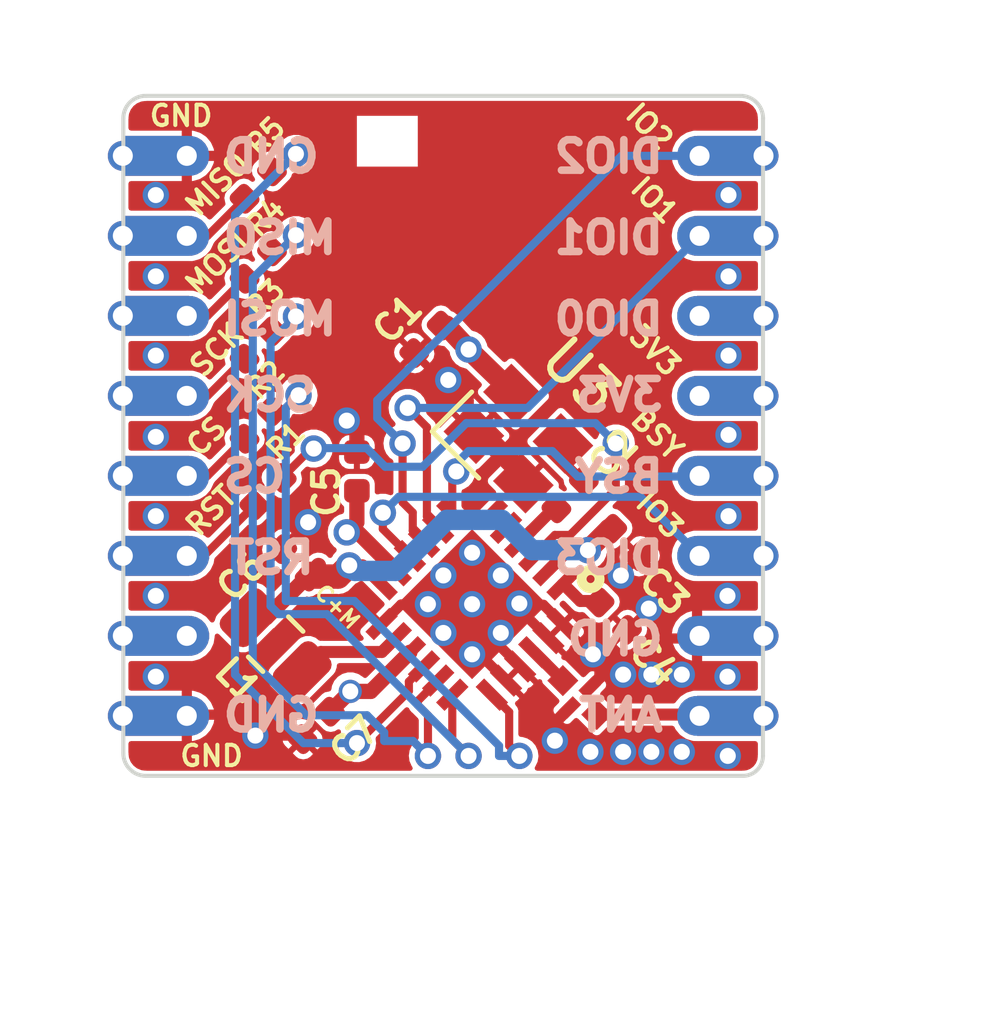
<source format=kicad_pcb>
(kicad_pcb (version 20211014) (generator pcbnew)
  (layers (0 "F.Cu" signal) (1 "In1.Cu" power) (2 "In2.Cu" power) (31 "B.Cu" signal) (34 "B.Paste" user) (35 "F.Paste" user) (36 "B.SilkS" user "B.Silkscreen") (37 "F.SilkS" user "F.Silkscreen") (38 "B.Mask" user) (39 "F.Mask" user) (44 "Edge.Cuts" user))
  (net 0 "")
  (net 1 "+3V3")
  (net 2 "/V_DCC")
  (net 3 "GND")
  (net 4 "/V_DCC2")
  (net 5 "SX_RST")
  (net 6 "SX_CS")
  (net 7 "SCK")
  (net 8 "MOSI")
  (net 9 "MISO")
  (net 10 "SX_DIO3")
  (net 11 "SX_DIO2")
  (net 12 "SX_DIO1")
  (net 13 "SX_BUSY")
  (net 14 "Net-(C2-Pad2)")
  (net 15 "Net-(C2-Pad1)")
  (net 16 "Net-(C4-Pad1)")
  (net 17 "Net-(R1-Pad2)")
  (net 18 "Net-(R2-Pad2)")
  (net 19 "Net-(R3-Pad2)")
  (net 20 "Net-(R4-Pad2)")
  (net 21 "Net-(R5-Pad2)")
  (net 23 "Net-(J9-Pad1)")
  (net 24 "Net-(U1-Pad22)")
  (footprint "custom-footprints:castellated" (layer "F.Cu") (at 113.4747 105.14076)
    (fp_text reference "J16" hide)
    (fp_text value "Conn_01x01")
    (pad "1" smd custom locked (at 0.762 0) (size 1.65 1) (layers *.Mask "B.Cu") (net 11 "SX_DIO2") (options (clearance outline) (anchor rect)) (primitives (gr_circle (center -0.825 0) (end -0.325 0) (width 0) (fill yes))))
    (pad "1" smd custom locked (at 0.762 0) (size 1.65 1) (layers "F.Cu" "F.Paste" "F.Mask") (net 11 "SX_DIO2") (options (clearance outline) (anchor rect)) (primitives (gr_circle (center -0.825 0) (end -0.325 0) (width 0) (fill yes))))
    (pad "1" thru_hole circle locked (at 1.6 0) (size 0.75 0.75) (drill 0.5) (layers *.Cu *.Mask) (net 11 "SX_DIO2"))
    (pad "1" thru_hole circle locked (at 0 0) (size 0.75 0.75) (drill 0.5) (layers *.Cu *.Mask) (net 11 "SX_DIO2"))
  )
  (footprint "custom-footprints:castellated" (layer "F.Cu") (at 100.6473 107.14076 180)
    (fp_text reference "J2" hide)
    (fp_text value "Conn_01x01")
    (pad "1" thru_hole circle locked (at 0 0 180) (size 0.75 0.75) (drill 0.5) (layers *.Cu *.Mask) (net 9 "MISO"))
    (pad "1" smd custom locked (at 0.762 0 180) (size 1.65 1) (layers "F.Cu" "F.Paste" "F.Mask") (net 9 "MISO") (options (clearance outline) (anchor rect)) (primitives (gr_circle (center -0.825 0) (end -0.325 0) (width 0) (fill yes))))
    (pad "1" thru_hole circle locked (at 1.6 0 180) (size 0.75 0.75) (drill 0.5) (layers *.Cu *.Mask) (net 9 "MISO"))
    (pad "1" smd custom locked (at 0.762 0 180) (size 1.65 1) (layers *.Mask "B.Cu") (net 9 "MISO") (options (clearance outline) (anchor rect)) (primitives (gr_circle (center -0.825 0) (end -0.325 0) (width 0) (fill yes))))
  )
  (footprint "custom-footprints:castellated" (layer "F.Cu") (at 100.6473 109.14076 180)
    (fp_text reference "J3" hide)
    (fp_text value "Conn_01x01")
    (pad "1" smd custom locked (at 0.762 0 180) (size 1.65 1) (layers "F.Cu" "F.Paste" "F.Mask") (net 8 "MOSI") (options (clearance outline) (anchor rect)) (primitives (gr_circle (center -0.825 0) (end -0.325 0) (width 0) (fill yes))))
    (pad "1" thru_hole circle locked (at 0 0 180) (size 0.75 0.75) (drill 0.5) (layers *.Cu *.Mask) (net 8 "MOSI"))
    (pad "1" smd custom locked (at 0.762 0 180) (size 1.65 1) (layers *.Mask "B.Cu") (net 8 "MOSI") (options (clearance outline) (anchor rect)) (primitives (gr_circle (center -0.825 0) (end -0.325 0) (width 0) (fill yes))))
    (pad "1" thru_hole circle locked (at 1.6 0 180) (size 0.75 0.75) (drill 0.5) (layers *.Cu *.Mask) (net 8 "MOSI"))
  )
  (footprint "custom-footprints:castellated" (layer "F.Cu") (at 100.6473 111.14076 180)
    (fp_text reference "J4" hide)
    (fp_text value "Conn_01x01")
    (pad "1" smd custom locked (at 0.762 0 180) (size 1.65 1) (layers *.Mask "B.Cu") (net 7 "SCK") (options (clearance outline) (anchor rect)) (primitives (gr_circle (center -0.825 0) (end -0.325 0) (width 0) (fill yes))))
    (pad "1" thru_hole circle locked (at 0 0 180) (size 0.75 0.75) (drill 0.5) (layers *.Cu *.Mask) (net 7 "SCK"))
    (pad "1" thru_hole circle locked (at 1.6 0 180) (size 0.75 0.75) (drill 0.5) (layers *.Cu *.Mask) (net 7 "SCK"))
    (pad "1" smd custom locked (at 0.762 0 180) (size 1.65 1) (layers "F.Cu" "F.Paste" "F.Mask") (net 7 "SCK") (options (clearance outline) (anchor rect)) (primitives (gr_circle (center -0.825 0) (end -0.325 0) (width 0) (fill yes))))
  )
  (footprint "custom-footprints:castellated" (layer "F.Cu") (at 100.6473 105.14076 180)
    (fp_text reference "J1" hide)
    (fp_text value "Conn_01x01")
    (pad "1" thru_hole circle locked (at 1.6 0 180) (size 0.75 0.75) (drill 0.5) (layers *.Cu *.Mask) (net 3 "GND"))
    (pad "1" smd custom locked (at 0.762 0 180) (size 1.65 1) (layers "F.Cu" "F.Paste" "F.Mask") (net 3 "GND") (options (clearance outline) (anchor rect)) (primitives (gr_circle (center -0.825 0) (end -0.325 0) (width 0) (fill yes))))
    (pad "1" smd custom locked (at 0.762 0 180) (size 1.65 1) (layers *.Mask "B.Cu") (net 3 "GND") (options (clearance outline) (anchor rect)) (primitives (gr_circle (center -0.825 0) (end -0.325 0) (width 0) (fill yes))))
    (pad "1" thru_hole circle locked (at 0 0 180) (size 0.75 0.75) (drill 0.5) (layers *.Cu *.Mask) (net 3 "GND"))
  )
  (footprint "custom-footprints:castellated" (layer "F.Cu") (at 100.6473 113.14076 180)
    (fp_text reference "J5" hide)
    (fp_text value "Conn_01x01")
    (pad "1" thru_hole circle locked (at 1.6 0 180) (size 0.75 0.75) (drill 0.5) (layers *.Cu *.Mask) (net 6 "SX_CS"))
    (pad "1" smd custom locked (at 0.762 0 180) (size 1.65 1) (layers "F.Cu" "F.Paste" "F.Mask") (net 6 "SX_CS") (options (clearance outline) (anchor rect)) (primitives (gr_circle (center -0.825 0) (end -0.325 0) (width 0) (fill yes))))
    (pad "1" thru_hole circle locked (at 0 0 180) (size 0.75 0.75) (drill 0.5) (layers *.Cu *.Mask) (net 6 "SX_CS"))
    (pad "1" smd custom locked (at 0.762 0 180) (size 1.65 1) (layers *.Mask "B.Cu") (net 6 "SX_CS") (options (clearance outline) (anchor rect)) (primitives (gr_circle (center -0.825 0) (end -0.325 0) (width 0) (fill yes))))
  )
  (footprint "custom-footprints:castellated" (layer "F.Cu") (at 113.4747 119.14076)
    (fp_text reference "J9" hide)
    (fp_text value "Conn_01x01")
    (pad "1" smd custom locked (at 0.762 0) (size 1.65 1) (layers "F.Cu" "F.Paste" "F.Mask") (net 23 "Net-(J9-Pad1)") (options (clearance outline) (anchor rect)) (primitives (gr_circle (center -0.825 0) (end -0.325 0) (width 0) (fill yes))))
    (pad "1" smd custom locked (at 0.762 0) (size 1.65 1) (layers *.Mask "B.Cu") (net 23 "Net-(J9-Pad1)") (options (clearance outline) (anchor rect)) (primitives (gr_circle (center -0.825 0) (end -0.325 0) (width 0) (fill yes))))
    (pad "1" thru_hole circle locked (at 0 0) (size 0.75 0.75) (drill 0.5) (layers *.Cu *.Mask) (net 23 "Net-(J9-Pad1)"))
    (pad "1" thru_hole circle locked (at 1.6 0) (size 0.75 0.75) (drill 0.5) (layers *.Cu *.Mask) (net 23 "Net-(J9-Pad1)"))
  )
  (footprint "custom-footprints:castellated" (layer "F.Cu") (at 100.6473 119.14076 180)
    (fp_text reference "J8" hide)
    (fp_text value "Conn_01x01")
    (pad "1" smd custom locked (at 0.762 0 180) (size 1.65 1) (layers *.Mask "B.Cu") (net 3 "GND") (options (clearance outline) (anchor rect)) (primitives (gr_circle (center -0.825 0) (end -0.325 0) (width 0) (fill yes))))
    (pad "1" smd custom locked (at 0.762 0 180) (size 1.65 1) (layers "F.Cu" "F.Paste" "F.Mask") (net 3 "GND") (options (clearance outline) (anchor rect)) (primitives (gr_circle (center -0.825 0) (end -0.325 0) (width 0) (fill yes))))
    (pad "1" thru_hole circle locked (at 0 0 180) (size 0.75 0.75) (drill 0.5) (layers *.Cu *.Mask) (net 3 "GND"))
    (pad "1" thru_hole circle locked (at 1.6 0 180) (size 0.75 0.75) (drill 0.5) (layers *.Cu *.Mask) (net 3 "GND"))
  )
  (footprint "custom-footprints:castellated" (layer "F.Cu") (at 100.6473 115.14076 180)
    (fp_text reference "J6" hide)
    (fp_text value "Conn_01x01")
    (pad "1" thru_hole circle locked (at 0 0 180) (size 0.75 0.75) (drill 0.5) (layers *.Cu *.Mask) (net 5 "SX_RST"))
    (pad "1" smd custom locked (at 0.762 0 180) (size 1.65 1) (layers "F.Cu" "F.Paste" "F.Mask") (net 5 "SX_RST") (options (clearance outline) (anchor rect)) (primitives (gr_circle (center -0.825 0) (end -0.325 0) (width 0) (fill yes))))
    (pad "1" smd custom locked (at 0.762 0 180) (size 1.65 1) (layers *.Mask "B.Cu") (net 5 "SX_RST") (options (clearance outline) (anchor rect)) (primitives (gr_circle (center -0.825 0) (end -0.325 0) (width 0) (fill yes))))
    (pad "1" thru_hole circle locked (at 1.6 0 180) (size 0.75 0.75) (drill 0.5) (layers *.Cu *.Mask) (net 5 "SX_RST"))
  )
  (footprint "custom-footprints:castellated" (layer "F.Cu") (at 113.4747 117.14076)
    (fp_text reference "J10" hide)
    (fp_text value "Conn_01x01")
    (pad "1" thru_hole circle locked (at 0 0) (size 0.75 0.75) (drill 0.5) (layers *.Cu *.Mask) (net 3 "GND"))
    (pad "1" thru_hole circle locked (at 1.6 0) (size 0.75 0.75) (drill 0.5) (layers *.Cu *.Mask) (net 3 "GND"))
    (pad "1" smd custom locked (at 0.762 0) (size 1.65 1) (layers "F.Cu" "F.Paste" "F.Mask") (net 3 "GND") (options (clearance outline) (anchor rect)) (primitives (gr_circle (center -0.825 0) (end -0.325 0) (width 0) (fill yes))))
    (pad "1" smd custom locked (at 0.762 0) (size 1.65 1) (layers *.Mask "B.Cu") (net 3 "GND") (options (clearance outline) (anchor rect)) (primitives (gr_circle (center -0.825 0) (end -0.325 0) (width 0) (fill yes))))
  )
  (footprint "custom-footprints:castellated" (layer "F.Cu") (at 113.4747 111.14076)
    (fp_text reference "J13" hide)
    (fp_text value "Conn_01x01")
    (pad "1" smd custom locked (at 0.762 0) (size 1.65 1) (layers *.Mask "B.Cu") (net 1 "+3V3") (options (clearance outline) (anchor rect)) (primitives (gr_circle (center -0.825 0) (end -0.325 0) (width 0) (fill yes))))
    (pad "1" smd custom locked (at 0.762 0) (size 1.65 1) (layers "F.Cu" "F.Paste" "F.Mask") (net 1 "+3V3") (options (clearance outline) (anchor rect)) (primitives (gr_circle (center -0.825 0) (end -0.325 0) (width 0) (fill yes))))
    (pad "1" thru_hole circle locked (at 1.6 0) (size 0.75 0.75) (drill 0.5) (layers *.Cu *.Mask) (net 1 "+3V3"))
    (pad "1" thru_hole circle locked (at 0 0) (size 0.75 0.75) (drill 0.5) (layers *.Cu *.Mask) (net 1 "+3V3"))
  )
  (footprint "custom-footprints:castellated" (layer "F.Cu") (at 100.6473 117.14076 180)
    (fp_text reference "J7" hide)
    (fp_text value "Conn_01x01")
    (pad "1" smd custom locked (at 0.762 0 180) (size 1.65 1) (layers *.Mask "B.Cu") (options (clearance outline) (anchor rect)) (primitives (gr_circle (center -0.825 0) (end -0.325 0) (width 0) (fill yes))))
    (pad "1" thru_hole circle locked (at 0 0 180) (size 0.75 0.75) (drill 0.5) (layers *.Cu *.Mask))
    (pad "1" smd custom locked (at 0.762 0 180) (size 1.65 1) (layers "F.Cu" "F.Paste" "F.Mask") (options (clearance outline) (anchor rect)) (primitives (gr_circle (center -0.825 0) (end -0.325 0) (width 0) (fill yes))))
    (pad "1" thru_hole circle locked (at 1.6 0 180) (size 0.75 0.75) (drill 0.5) (layers *.Cu *.Mask))
  )
  (footprint "custom-footprints:castellated" (layer "F.Cu") (at 113.4747 115.14076)
    (fp_text reference "J11" hide)
    (fp_text value "Conn_01x01")
    (pad "1" thru_hole circle locked (at 0 0) (size 0.75 0.75) (drill 0.5) (layers *.Cu *.Mask) (net 10 "SX_DIO3"))
    (pad "1" smd custom locked (at 0.762 0) (size 1.65 1) (layers "F.Cu" "F.Paste" "F.Mask") (net 10 "SX_DIO3") (options (clearance outline) (anchor rect)) (primitives (gr_circle (center -0.825 0) (end -0.325 0) (width 0) (fill yes))))
    (pad "1" thru_hole circle locked (at 1.6 0) (size 0.75 0.75) (drill 0.5) (layers *.Cu *.Mask) (net 10 "SX_DIO3"))
    (pad "1" smd custom locked (at 0.762 0) (size 1.65 1) (layers *.Mask "B.Cu") (net 10 "SX_DIO3") (options (clearance outline) (anchor rect)) (primitives (gr_circle (center -0.825 0) (end -0.325 0) (width 0) (fill yes))))
  )
  (footprint "custom-footprints:castellated" (layer "F.Cu") (at 113.4747 109.14076)
    (fp_text reference "J14" hide)
    (fp_text value "Conn_01x01")
    (pad "1" thru_hole circle locked (at 1.6 0) (size 0.75 0.75) (drill 0.5) (layers *.Cu *.Mask))
    (pad "1" thru_hole circle locked (at 0 0) (size 0.75 0.75) (drill 0.5) (layers *.Cu *.Mask))
    (pad "1" smd custom locked (at 0.762 0) (size 1.65 1) (layers "F.Cu" "F.Paste" "F.Mask") (options (clearance outline) (anchor rect)) (primitives (gr_circle (center -0.825 0) (end -0.325 0) (width 0) (fill yes))))
    (pad "1" smd custom locked (at 0.762 0) (size 1.65 1) (layers *.Mask "B.Cu") (options (clearance outline) (anchor rect)) (primitives (gr_circle (center -0.825 0) (end -0.325 0) (width 0) (fill yes))))
  )
  (footprint "custom-footprints:castellated" (layer "F.Cu") (at 113.4747 113.14076)
    (fp_text reference "J12" hide)
    (fp_text value "Conn_01x01")
    (pad "1" smd custom locked (at 0.762 0) (size 1.65 1) (layers *.Mask "B.Cu") (net 13 "SX_BUSY") (options (clearance outline) (anchor rect)) (primitives (gr_circle (center -0.825 0) (end -0.325 0) (width 0) (fill yes))))
    (pad "1" smd custom locked (at 0.762 0) (size 1.65 1) (layers "F.Cu" "F.Paste" "F.Mask") (net 13 "SX_BUSY") (options (clearance outline) (anchor rect)) (primitives (gr_circle (center -0.825 0) (end -0.325 0) (width 0) (fill yes))))
    (pad "1" thru_hole circle locked (at 1.6 0) (size 0.75 0.75) (drill 0.5) (layers *.Cu *.Mask) (net 13 "SX_BUSY"))
    (pad "1" thru_hole circle locked (at 0 0) (size 0.75 0.75) (drill 0.5) (layers *.Cu *.Mask) (net 13 "SX_BUSY"))
  )
  (footprint "custom-footprints:castellated" (layer "F.Cu") (at 113.4747 107.14076)
    (fp_text reference "J15" hide)
    (fp_text value "Conn_01x01")
    (pad "1" smd custom locked (at 0.762 0) (size 1.65 1) (layers *.Mask "B.Cu") (net 12 "SX_DIO1") (options (clearance outline) (anchor rect)) (primitives (gr_circle (center -0.825 0) (end -0.325 0) (width 0) (fill yes))))
    (pad "1" thru_hole circle locked (at 1.6 0) (size 0.75 0.75) (drill 0.5) (layers *.Cu *.Mask) (net 12 "SX_DIO1"))
    (pad "1" smd custom locked (at 0.762 0) (size 1.65 1) (layers "F.Cu" "F.Paste" "F.Mask") (net 12 "SX_DIO1") (options (clearance outline) (anchor rect)) (primitives (gr_circle (center -0.825 0) (end -0.325 0) (width 0) (fill yes))))
    (pad "1" thru_hole circle locked (at 0 0) (size 0.75 0.75) (drill 0.5) (layers *.Cu *.Mask) (net 12 "SX_DIO1"))
  )
  (footprint "Capacitor_SMD:C_0402_1005Metric" (layer "F.Cu") (at 103.378 115.316 135)
    (fp_text reference "C6" (at 0.722897 -1.206359 225) (layer "F.SilkS") (effects (font (size 0.635 0.635) (thickness 0.127))))
    (fp_text value "470nF")
    (pad "1" smd roundrect locked (at -0.485 0 135) (size 0.59 0.64) (layers "F.Cu" "F.Paste" "F.Mask") (net 2 "/V_DCC"))
    (pad "2" smd roundrect locked (at 0.485 0 135) (size 0.59 0.64) (layers "F.Cu" "F.Paste" "F.Mask") (net 3 "GND"))
  )
  (footprint "Capacitor_SMD:C_0402_1005Metric" (layer "F.Cu") (at 110.236 113.60978 45)
    (fp_text reference "C2" (at 1.493779 0.045229 45) (layer "F.SilkS") (effects (font (size 0.635 0.635) (thickness 0.127))))
    (fp_text value "1nF")
    (pad "1" smd roundrect locked (at -0.485 0 45) (size 0.59 0.64) (layers "F.Cu" "F.Paste" "F.Mask") (net 15 "Net-(C2-Pad1)"))
    (pad "2" smd roundrect locked (at 0.485 0 45) (size 0.59 0.64) (layers "F.Cu" "F.Paste" "F.Mask") (net 14 "Net-(C2-Pad2)"))
  )
  (footprint "Capacitor_SMD:C_0402_1005Metric" (layer "F.Cu") (at 106.68 109.728 45)
    (fp_text reference "C1" (at -0.179605 -0.898026 -135) (layer "F.SilkS") (effects (font (size 0.635 0.635) (thickness 0.127))))
    (fp_text value "100nF")
    (pad "1" smd roundrect locked (at -0.485 0 45) (size 0.59 0.64) (layers "F.Cu" "F.Paste" "F.Mask") (net 3 "GND"))
    (pad "2" smd roundrect locked (at 0.485 0 45) (size 0.59 0.64) (layers "F.Cu" "F.Paste" "F.Mask") (net 1 "+3V3"))
  )
  (footprint "Capacitor_SMD:C_0402_1005Metric" (layer "F.Cu") (at 111.633 114.808 135)
    (fp_text reference "C3" (at -1.526644 -0.179605 315) (layer "F.SilkS") (effects (font (size 0.635 0.635) (thickness 0.127))))
    (fp_text value "10nF")
    (pad "1" smd roundrect locked (at -0.485 0 135) (size 0.59 0.64) (layers "F.Cu" "F.Paste" "F.Mask") (net 3 "GND"))
    (pad "2" smd roundrect locked (at 0.485 0 135) (size 0.59 0.64) (layers "F.Cu" "F.Paste" "F.Mask") (net 2 "/V_DCC"))
  )
  (footprint "Inductor_SMD:L_0805_2012Metric" (layer "F.Cu") (at 102.87 117.348 135)
    (fp_text reference "L1" (at 0.02794 -1.30048 135) (layer "F.SilkS") (effects (font (size 0.635 0.635) (thickness 0.127))))
    (fp_text value "15uH")
    (fp_line (start -0.258578 -0.71) (end 0.258578 -0.71) (layer "F.SilkS") (width 0.12))
    (fp_line (start -0.258578 0.71) (end 0.258578 0.71) (layer "F.SilkS") (width 0.12))
    (pad "1" smd roundrect locked (at -0.9375 0 135) (size 0.975 1.4) (layers "F.Cu" "F.Paste" "F.Mask") (net 4 "/V_DCC2"))
    (pad "2" smd roundrect locked (at 0.9375 0 135) (size 0.975 1.4) (layers "F.Cu" "F.Paste" "F.Mask") (net 2 "/V_DCC"))
  )
  (footprint "Capacitor_SMD:C_0402_1005Metric" (layer "F.Cu") (at 111.3155 116.6495 -45)
    (fp_text reference "C4" (at 1.526644 0.089803 135) (layer "F.SilkS") (effects (font (size 0.635 0.635) (thickness 0.127))))
    (fp_text value "10nF")
    (pad "1" smd roundrect locked (at -0.485 0 315) (size 0.59 0.64) (layers "F.Cu" "F.Paste" "F.Mask") (net 16 "Net-(C4-Pad1)"))
    (pad "2" smd roundrect locked (at 0.485 0 315) (size 0.59 0.64) (layers "F.Cu" "F.Paste" "F.Mask") (net 3 "GND"))
  )
  (footprint "Capacitor_SMD:C_0402_1005Metric" (layer "F.Cu") (at 104.902 113.03 90)
    (fp_text reference "C5" (at -0.508 -0.762 90) (layer "F.SilkS") (effects (font (size 0.635 0.635) (thickness 0.127))))
    (fp_text value "0.1uF")
    (pad "1" smd roundrect locked (at -0.485 0 90) (size 0.59 0.64) (layers "F.Cu" "F.Paste" "F.Mask") (net 1 "+3V3"))
    (pad "2" smd roundrect locked (at 0.485 0 90) (size 0.59 0.64) (layers "F.Cu" "F.Paste" "F.Mask") (net 3 "GND"))
  )
  (footprint "Crystal:Crystal_SMD_2520-4Pin_2.5x2.0mm" (layer "F.Cu") (at 108.942442 112.20886 -45)
    (fp_text reference "U3" (at 0 -2.2 -45) (layer "F.SilkS"))
    (fp_text value "52.000 MHz")
    (fp_line (start -1.65 0) (end -1.65 1.4) (layer "F.SilkS") (width 0.12))
    (fp_line (start -1.65 1.4) (end 0 1.4) (layer "F.SilkS") (width 0.12))
    (pad "1" smd rect (at -0.875 0.7 315) (size 1.15 1) (layers "F.Cu" "F.Paste" "F.Mask") (net 3 "GND"))
    (pad "2" smd rect (at 0.875 0.7 315) (size 1.15 1) (layers "F.Cu" "F.Paste" "F.Mask") (net 3 "GND"))
    (pad "3" smd rect (at 0.875 -0.7 315) (size 1.15 1) (layers "F.Cu" "F.Paste" "F.Mask") (net 14 "Net-(C2-Pad2)"))
    (pad "4" smd rect (at -0.875 -0.7 315) (size 1.15 1) (layers "F.Cu" "F.Paste" "F.Mask") (net 1 "+3V3"))
  )
  (footprint "custom-footprints:QFN50P400X400X80-25N-D" (layer "F.Cu") (at 107.783989 116.348758 -135)
    (fp_text reference "U1" hide)
    (fp_text value "SX1280IMLTRT" hide)
    (fp_circle (center -2.54 -1.651) (end -2.44 -1.651) (layer "F.SilkS") (width 0.25) (fill none))
    (pad "1" smd rect (at -1.95 -1.25 315) (size 0.3 0.85) (layers "F.Cu" "F.Paste" "F.Mask") (net 16 "Net-(C4-Pad1)"))
    (pad "2" smd rect (at -1.95 -0.75 315) (size 0.3 0.85) (layers "F.Cu" "F.Paste" "F.Mask") (net 2 "/V_DCC"))
    (pad "3" smd rect (at -1.95 -0.25 315) (size 0.3 0.85) (layers "F.Cu" "F.Paste" "F.Mask") (net 17 "Net-(R1-Pad2)"))
    (pad "4" smd rect (at -1.95 0.25 315) (size 0.3 0.85) (layers "F.Cu" "F.Paste" "F.Mask") (net 15 "Net-(C2-Pad1)"))
    (pad "5" smd rect (at -1.95 0.75 315) (size 0.3 0.85) (layers "F.Cu" "F.Paste" "F.Mask"))
    (pad "6" smd rect (at -1.95 1.25 315) (size 0.3 0.85) (layers "F.Cu" "F.Paste" "F.Mask"))
    (pad "7" smd rect (at -1.25 1.95 225) (size 0.3 0.85) (layers "F.Cu" "F.Paste" "F.Mask") (net 13 "SX_BUSY"))
    (pad "8" smd rect (at -0.75 1.95 225) (size 0.3 0.85) (layers "F.Cu" "F.Paste" "F.Mask") (net 12 "SX_DIO1"))
    (pad "9" smd rect (at -0.25 1.95 225) (size 0.3 0.85) (layers "F.Cu" "F.Paste" "F.Mask") (net 11 "SX_DIO2"))
    (pad "10" smd rect (at 0.25 1.95 225) (size 0.3 0.85) (layers "F.Cu" "F.Paste" "F.Mask") (net 10 "SX_DIO3"))
    (pad "11" smd rect (at 0.75 1.95 225) (size 0.3 0.85) (layers "F.Cu" "F.Paste" "F.Mask") (net 1 "+3V3"))
    (pad "12" smd rect (at 1.25 1.95 225) (size 0.3 0.85) (layers "F.Cu" "F.Paste" "F.Mask") (net 2 "/V_DCC"))
    (pad "13" smd rect (at 1.95 1.25 315) (size 0.3 0.85) (layers "F.Cu" "F.Paste" "F.Mask") (net 3 "GND"))
    (pad "14" smd rect (at 1.95 0.75 315) (size 0.3 0.85) (layers "F.Cu" "F.Paste" "F.Mask") (net 4 "/V_DCC2"))
    (pad "15" smd rect (at 1.95 0.25 315) (size 0.3 0.85) (layers "F.Cu" "F.Paste" "F.Mask") (net 1 "+3V3"))
    (pad "16" smd rect (at 1.95 -0.25 315) (size 0.3 0.85) (layers "F.Cu" "F.Paste" "F.Mask") (net 21 "Net-(R5-Pad2)"))
    (pad "17" smd rect (at 1.95 -0.75 315) (size 0.3 0.85) (layers "F.Cu" "F.Paste" "F.Mask") (net 20 "Net-(R4-Pad2)"))
    (pad "18" smd rect (at 1.95 -1.25 315) (size 0.3 0.85) (layers "F.Cu" "F.Paste" "F.Mask") (net 19 "Net-(R3-Pad2)"))
    (pad "19" smd rect (at 1.25 -1.95 225) (size 0.3 0.85) (layers "F.Cu" "F.Paste" "F.Mask") (net 18 "Net-(R2-Pad2)"))
    (pad "20" smd rect (at 0.75 -1.95 225) (size 0.3 0.85) (layers "F.Cu" "F.Paste" "F.Mask") (net 3 "GND"))
    (pad "21" smd rect (at 0.25 -1.95 225) (size 0.3 0.85) (layers "F.Cu" "F.Paste" "F.Mask") (net 3 "GND"))
    (pad "22" smd rect (at -0.25 -1.95 225) (size 0.3 0.85) (layers "F.Cu" "F.Paste" "F.Mask") (net 24 "Net-(U1-Pad22)"))
    (pad "23" smd rect (at -0.75 -1.95 225) (size 0.3 0.85) (layers "F.Cu" "F.Paste" "F.Mask") (net 3 "GND"))
    (pad "24" smd rect (at -1.25 -1.95 225) (size 0.3 0.85) (layers "F.Cu" "F.Paste" "F.Mask") (net 3 "GND"))
    (pad "25" smd rect (at 0 0 225) (size 2.65 2.65) (layers "F.Cu" "F.Paste" "F.Mask") (net 3 "GND"))
  )
  (footprint "custom-footprints:2450FM07D0034T" (layer "F.Cu") (at 110.478066 118.683625 -45)
    (fp_text reference "U2" hide)
    (fp_text value "2450FM07D0034T" hide)
    (pad "1" smd rect locked (at -0.6 0 45) (size 0.55 0.55) (layers "F.Cu" "F.Paste" "F.Mask") (net 24 "Net-(U1-Pad22)"))
    (pad "2" smd rect locked (at 0 0.35 315) (size 0.3 0.5) (layers "F.Cu" "F.Paste" "F.Mask") (net 3 "GND"))
    (pad "3" smd rect locked (at 0.6 0 45) (size 0.55 0.55) (layers "F.Cu" "F.Paste" "F.Mask") (net 23 "Net-(J9-Pad1)"))
    (pad "4" smd rect locked (at 0 -0.35 315) (size 0.3 0.5) (layers "F.Cu" "F.Paste" "F.Mask") (net 3 "GND"))
  )
  (footprint "Resistor_SMD:R_0402_1005Metric" (layer "F.Cu") (at 102.435764 109.87076 45)
    (fp_text reference "R3" (at 0.946813 -0.691921 45) (layer "F.SilkS") (effects (font (size 0.5 0.5) (thickness 0.1))))
    (fp_text value "1k")
    (pad "1" smd roundrect locked (at -0.485 0 45) (size 0.59 0.64) (layers "F.Cu" "F.Paste" "F.Mask") (net 7 "SCK"))
    (pad "2" smd roundrect locked (at 0.485 0 45) (size 0.59 0.64) (layers "F.Cu" "F.Paste" "F.Mask") (net 19 "Net-(R3-Pad2)"))
  )
  (footprint "Resistor_SMD:R_0402_1005Metric" (layer "F.Cu") (at 102.435764 105.87076 45)
    (fp_text reference "R5" (at 0.992068 -0.737176 45) (layer "F.SilkS") (effects (font (size 0.5 0.5) (thickness 0.1))))
    (fp_text value "1k")
    (pad "1" smd roundrect locked (at -0.485 0 45) (size 0.59 0.64) (layers "F.Cu" "F.Paste" "F.Mask") (net 9 "MISO"))
    (pad "2" smd roundrect locked (at 0.485 0 45) (size 0.59 0.64) (layers "F.Cu" "F.Paste" "F.Mask") (net 21 "Net-(R5-Pad2)"))
  )
  (footprint "Resistor_SMD:R_0402_1005Metric" (layer "F.Cu") (at 102.435764 107.87076 45)
    (fp_text reference "R4" (at 0.969441 -0.714548 45) (layer "F.SilkS") (effects (font (size 0.5 0.5) (thickness 0.1))))
    (fp_text value "1k")
    (pad "1" smd roundrect locked (at -0.485 0 45) (size 0.59 0.64) (layers "F.Cu" "F.Paste" "F.Mask") (net 8 "MOSI"))
    (pad "2" smd roundrect locked (at 0.485 0 45) (size 0.59 0.64) (layers "F.Cu" "F.Paste" "F.Mask") (net 20 "Net-(R4-Pad2)"))
  )
  (footprint "Capacitor_SMD:C_0402_1005Metric" (layer "F.Cu") (at 103.886 119.38 -135)
    (fp_text reference "C7" (at -0.404112 -0.942927 -135) (layer "F.SilkS") (effects (font (size 0.635 0.635) (thickness 0.127))))
    (fp_text value "0.1uF")
    (pad "1" smd roundrect locked (at -0.485 0 225) (size 0.59 0.64) (layers "F.Cu" "F.Paste" "F.Mask") (net 1 "+3V3"))
    (pad "2" smd roundrect locked (at 0.485 0 225) (size 0.59 0.64) (layers "F.Cu" "F.Paste" "F.Mask") (net 3 "GND"))
  )
  (footprint "Resistor_SMD:R_0402_1005Metric" (layer "F.Cu") (at 102.435764 111.87076 45)
    (fp_text reference "R2" (at 0.924186 -0.669294 45) (layer "F.SilkS") (effects (font (size 0.5 0.5) (thickness 0.1))))
    (fp_text value "1k")
    (pad "1" smd roundrect locked (at -0.485 0 45) (size 0.59 0.64) (layers "F.Cu" "F.Paste" "F.Mask") (net 6 "SX_CS"))
    (pad "2" smd roundrect locked (at 0.485 0 45) (size 0.59 0.64) (layers "F.Cu" "F.Paste" "F.Mask") (net 18 "Net-(R2-Pad2)"))
  )
  (footprint "Resistor_SMD:R_0402_1005Metric" (layer "F.Cu") (at 102.6795 113.538 45)
    (fp_text reference "R1" (at 1.212335 -0.583717 225) (layer "F.SilkS") (effects (font (size 0.5 0.5) (thickness 0.1))))
    (fp_text value "1k")
    (pad "1" smd roundrect locked (at -0.485 0 45) (size 0.59 0.64) (layers "F.Cu" "F.Paste" "F.Mask") (net 5 "SX_RST"))
    (pad "2" smd roundrect locked (at 0.485 0 45) (size 0.59 0.64) (layers "F.Cu" "F.Paste" "F.Mask") (net 17 "Net-(R1-Pad2)"))
  )
  (gr_line (start 115.06 120.142) (end 115.062 104.2015) (layer "Edge.Cuts") (width 0.1))
  (gr_line (start 99.06 104.2015) (end 99.06 120.0785) (layer "Edge.Cuts") (width 0.1))
  (gr_line (start 99.6215 120.64) (end 114.562 120.64) (layer "Edge.Cuts") (width 0.1))
  (gr_arc (start 114.5005 103.64) (mid 114.89754 103.80446) (end 115.062 104.2015) (layer "Edge.Cuts") (width 0.1))
  (gr_arc (start 99.06 104.2015) (mid 99.22446 103.80446) (end 99.6215 103.64) (layer "Edge.Cuts") (width 0.1))
  (gr_arc (start 99.6215 120.64) (mid 99.22446 120.47554) (end 99.06 120.0785) (layer "Edge.Cuts") (width 0.1))
  (gr_line (start 99.6215 103.64) (end 114.5005 103.64) (layer "Edge.Cuts") (width 0.1))
  (gr_arc (start 115.06 120.142) (mid 114.914139 120.494139) (end 114.562 120.64) (layer "Edge.Cuts") (width 0.1))
  (gr_text "RST" (at 101.6 115.189) (layer "B.SilkS") (effects (font (size 0.762 0.762) (thickness 0.1905)) (justify right mirror)))
  (gr_text "CS" (at 101.473 113.157) (layer "B.SilkS") (effects (font (size 0.762 0.762) (thickness 0.1905)) (justify right mirror)))
  (gr_text "SCK" (at 101.473 111.125) (layer "B.SilkS") (effects (font (size 0.762 0.762) (thickness 0.1905)) (justify right mirror)))
  (gr_text "MOSI" (at 101.473 109.22) (layer "B.SilkS") (effects (font (size 0.762 0.762) (thickness 0.1905)) (justify right mirror)))
  (gr_text "MISO" (at 101.473 107.188) (layer "B.SilkS") (effects (font (size 0.762 0.762) (thickness 0.1905)) (justify right mirror)))
  (gr_text "GND" (at 101.473 105.156) (layer "B.SilkS") (effects (font (size 0.762 0.762) (thickness 0.1905)) (justify right mirror)))
  (gr_text "GND" (at 101.473 119.126) (layer "B.SilkS") (effects (font (size 0.762 0.762) (thickness 0.1905)) (justify right mirror)))
  (gr_text "DIO2" (at 112.649 105.156) (layer "B.SilkS") (effects (font (size 0.762 0.762) (thickness 0.1905)) (justify left mirror)))
  (gr_text "DIO1" (at 112.649 107.188) (layer "B.SilkS") (effects (font (size 0.762 0.762) (thickness 0.1905)) (justify left mirror)))
  (gr_text "GND" (at 112.649 117.221) (layer "B.SilkS") (effects (font (size 0.762 0.762) (thickness 0.1905)) (justify left mirror)))
  (gr_text "ANT" (at 112.649 119.126) (layer "B.SilkS") (effects (font (size 0.762 0.762) (thickness 0.1905)) (justify left mirror)))
  (gr_text "BSY" (at 112.649 113.157) (layer "B.SilkS") (effects (font (size 0.762 0.762) (thickness 0.1905)) (justify left mirror)))
  (gr_text "3V3" (at 112.649 111.125) (layer "B.SilkS") (effects (font (size 0.762 0.762) (thickness 0.1905)) (justify left mirror)))
  (gr_text "DIO0" (at 112.649 109.22) (layer "B.SilkS") (effects (font (size 0.762 0.762) (thickness 0.1905)) (justify left mirror)))
  (gr_text "DIO3" (at 112.649 115.189) (layer "B.SilkS") (effects (font (size 0.762 0.762) (thickness 0.1905)) (justify left mirror)))
  (gr_text "C+M" (at 104.902 116.9035 315) (layer "F.SilkS") (effects (font (size 0.381 0.381) (thickness 0.0762)) (justify right)))
  (gr_text "MISO" (at 102.108 105.156 45) (layer "F.SilkS") (effects (font (size 0.508 0.508) (thickness 0.1016)) (justify right)))
  (gr_text "MOSI" (at 102.108 107.1245 45) (layer "F.SilkS") (effects (font (size 0.508 0.508) (thickness 0.1016)) (justify right)))
  (gr_text "SCK" (at 101.981 109.4105 45) (layer "F.SilkS") (effects (font (size 0.508 0.508) (thickness 0.1016)) (justify right)))
  (gr_text "CS" (at 101.5365 111.76 45) (layer "F.SilkS") (effects (font (size 0.508 0.508) (thickness 0.1016)) (justify right)))
  (gr_text "RST" (at 101.7905 113.4745 45) (layer "F.SilkS") (effects (font (size 0.508 0.508) (thickness 0.1016)) (justify right)))
  (gr_text "GND" (at 102.108 120.142) (layer "F.SilkS") (effects (font (size 0.508 0.508) (thickness 0.1016)) (justify right)))
  (gr_text "GND" (at 101.346 104.14) (layer "F.SilkS") (effects (font (size 0.508 0.508) (thickness 0.1016)) (justify right)))
  (gr_text "IO2" (at 112.7125 104.902 315) (layer "F.SilkS") (effects (font (size 0.508 0.508) (thickness 0.1016)) (justify right)))
  (gr_text "IO1" (at 112.8395 106.7435 315) (layer "F.SilkS") (effects (font (size 0.508 0.508) (thickness 0.1016)) (justify right)))
  (gr_text "3V3" (at 112.903 110.5535 315) (layer "F.SilkS") (effects (font (size 0.508 0.508) (thickness 0.1016)) (justify right)))
  (gr_text "BSY" (at 112.9665 112.649 315) (layer "F.SilkS") (effects (font (size 0.508 0.508) (thickness 0.1016)) (justify right)))
  (gr_text "IO3" (at 112.9665 114.6175 315) (layer "F.SilkS") (effects (font (size 0.508 0.508) (thickness 0.1016)) (justify right)))
  (segment (start 107.137153 109.385053) (end 107.022947 109.385053) (width 0.508) (layer "F.Cu") (net 1))
  (segment (start 107.696 109.982) (end 108.836376 111.084276) (width 0.508) (layer "F.Cu") (net 1))
  (segment (start 106.228354 117.55084) (end 105.250141 118.529053) (width 0.381) (layer "F.Cu") (net 1))
  (segment (start 104.648 114.554) (end 104.928571 114.554) (width 0.127) (layer "F.Cu") (net 1))
  (segment (start 104.228947 119.037053) (end 104.736947 118.529053) (width 0.381) (layer "F.Cu") (net 1))
  (segment (start 105.250141 118.529053) (end 104.736947 118.529053) (width 0.381) (layer "F.Cu") (net 1))
  (segment (start 104.928571 114.554) (end 105.874801 115.50023) (width 0.381) (layer "F.Cu") (net 1))
  (segment (start 104.902 113.515) (end 104.902 114.3) (width 0.381) (layer "F.Cu") (net 1))
  (segment (start 104.902 114.3) (end 104.648 114.554) (width 0.381) (layer "F.Cu") (net 1))
  (segment (start 107.696 109.982) (end 107.137153 109.385053) (width 0.508) (layer "F.Cu") (net 1))
  (via (at 104.736947 118.529053) (size 0.58) (drill 0.4) (layers "F.Cu" "B.Cu") (net 1))
  (via (at 104.648 114.554) (size 0.66) (drill 0.4) (layers "F.Cu" "B.Cu") (net 1))
  (via (at 107.696 109.982) (size 0.66) (drill 0.4) (layers "F.Cu" "B.Cu") (net 1))
  (segment (start 102.207087 116.685087) (end 102.637637 116.685087) (width 0.381) (layer "F.Cu") (net 2))
  (segment (start 103.720947 115.658947) (end 104.432053 115.658947) (width 0.6096) (layer "F.Cu") (net 2))
  (segment (start 110.194907 114.9985) (end 110.6805 114.9985) (width 0.29972) (layer "F.Cu") (net 2))
  (segment (start 105.046964 115.3795) (end 104.7115 115.3795) (width 0.29972) (layer "F.Cu") (net 2))
  (segment (start 109.693177 115.50023) (end 110.194907 114.9985) (width 0.29972) (layer "F.Cu") (net 2))
  (segment (start 111.213947 114.465053) (end 110.6805 114.9985) (width 0.508) (layer "F.Cu") (net 2))
  (segment (start 102.637637 116.685087) (end 103.942136 115.380588) (width 0.381) (layer "F.Cu") (net 2))
  (segment (start 104.432053 115.658947) (end 104.7115 115.3795) (width 0.6096) (layer "F.Cu") (net 2))
  (segment (start 105.521247 115.853783) (end 105.046964 115.3795) (width 0.29972) (layer "F.Cu") (net 2))
  (segment (start 111.290053 114.465053) (end 111.213947 114.465053) (width 0.508) (layer "F.Cu") (net 2))
  (via (at 104.7115 115.3795) (size 0.66) (drill 0.4) (layers "F.Cu" "B.Cu") (net 2))
  (via (at 110.6805 114.9985) (size 0.66) (drill 0.4) (layers "F.Cu" "B.Cu") (net 2))
  (segment (start 108.525916 114.240916) (end 107.148024 114.240916) (width 0.508) (layer "B.Cu") (net 2))
  (segment (start 109.2835 114.9985) (end 108.525916 114.240916) (width 0.508) (layer "B.Cu") (net 2))
  (segment (start 110.6805 114.9985) (end 109.2835 114.9985) (width 0.508) (layer "B.Cu") (net 2))
  (segment (start 105.87228 115.51666) (end 104.84866 115.51666) (width 0.508) (layer "B.Cu") (net 2))
  (segment (start 107.148024 114.240916) (end 105.87228 115.51666) (width 0.508) (layer "B.Cu") (net 2))
  (segment (start 104.84866 115.51666) (end 104.7115 115.3795) (width 0.508) (layer "B.Cu") (net 2))
  (segment (start 100.6473 105.14076) (end 101.41204 105.14076) (width 0.254) (layer "F.Cu") (net 3))
  (segment (start 100.6473 119.11076) (end 100.6473 118.4273) (width 0.254) (layer "F.Cu") (net 3))
  (segment (start 100.6473 119.11076) (end 101.41204 119.11076) (width 0.254) (layer "F.Cu") (net 3))
  (segment (start 100.6473 119.11076) (end 100.6473 119.8755) (width 0.254) (layer "F.Cu") (net 3))
  (segment (start 113.4114 117.2068) (end 113.4114 116.44206) (width 0.254) (layer "F.Cu") (net 3))
  (segment (start 113.4114 117.2068) (end 113.4114 117.89026) (width 0.254) (layer "F.Cu") (net 3))
  (segment (start 113.4114 117.2068) (end 112.64666 117.2068) (width 0.254) (layer "F.Cu") (net 3))
  (segment (start 108.505945 117.424268) (end 108.505945 117.135485) (width 0.254) (layer "F.Cu") (net 3))
  (segment (start 109.566605 116.363608) (end 109.493349 116.363608) (width 0.254) (layer "F.Cu") (net 3))
  (segment (start 108.632517 118.257947) (end 108.152392 117.777821) (width 0.254) (layer "F.Cu") (net 3))
  (segment (start 108.986071 117.904393) (end 108.505945 117.424268) (width 0.254) (layer "F.Cu") (net 3))
  (segment (start 110.046731 116.843733) (end 109.566605 116.363608) (width 0.254) (layer "F.Cu") (net 3))
  (segment (start 109.493349 116.363608) (end 109.481257 116.375699) (width 0.254) (layer "F.Cu") (net 3))
  (segment (start 109.693177 117.197287) (end 109.213052 116.717161) (width 0.254) (layer "F.Cu") (net 3))
  (segment (start 106.007242 116.357739) (end 106.230405 116.357739) (width 0.254) (layer "F.Cu") (net 3))
  (segment (start 105.521247 116.843733) (end 106.007242 116.357739) (width 0.254) (layer "F.Cu") (net 3))
  (segment (start 108.152392 117.777821) (end 107.830092 117.777821) (width 0.254) (layer "F.Cu") (net 3))
  (segment (start 108.505945 117.135485) (end 108.51139 117.130041) (width 0.254) (layer "F.Cu") (net 3))
  (segment (start 109.176141 116.717161) (end 109.122047 116.663067) (width 0.254) (layer "F.Cu") (net 3))
  (segment (start 109.213052 116.717161) (end 109.176141 116.717161) (width 0.254) (layer "F.Cu") (net 3))
  (segment (start 107.830092 117.777821) (end 107.81093 117.758659) (width 0.254) (layer "F.Cu") (net 3))
  (segment (start 111.975947 115.150947) (end 111.975947 115.163553) (width 0.2032) (layer "F.Cu") (net 3))
  (segment (start 111.658447 116.992447) (end 111.671053 116.992447) (width 0.2032) (layer "F.Cu") (net 3))
  (segment (start 110.988191 117.782691) (end 110.8075 117.602) (width 0.29337) (layer "F.Cu") (net 3))
  (segment (start 103.543053 119.722947) (end 103.454106 119.634) (width 0.254) (layer "F.Cu") (net 3))
  (segment (start 109.855 119.306691) (end 110.230579 118.931112) (width 0.29337) (layer "F.Cu") (net 3))
  (segment (start 100.6473 105.14076) (end 100.6473 105.9055) (width 0.254) (layer "F.Cu") (net 3))
  (segment (start 110.988191 118.1735) (end 110.988191 117.782691) (width 0.29337) (layer "F.Cu") (net 3))
  (segment (start 107.70108 111.745315) (end 107.70108 111.25708) (width 0.254) (layer "F.Cu") (net 3))
  (segment (start 107.010106 110.744) (end 106.337053 110.070947) (width 0.2032) (layer "F.Cu") (net 3))
  (segment (start 104.902 111.826134) (end 104.902 112.545) (width 0.381) (layer "F.Cu") (net 3))
  (segment (start 103.454106 119.634) (end 102.362 119.634) (width 0.254) (layer "F.Cu") (net 3))
  (segment (start 110.725553 118.436138) (end 110.988191 118.1735) (width 0.29337) (layer "F.Cu") (net 3))
  (segment (start 111.975947 115.163553) (end 111.506 115.6335) (width 0.2032) (layer "F.Cu") (net 3))
  (segment (start 107.188 110.744) (end 107.010106 110.744) (width 0.2032) (layer "F.Cu") (net 3))
  (segment (start 109.048508 113.092743) (end 108.594882 112.639118) (width 0.508) (layer "F.Cu") (net 3))
  (segment (start 111.671053 116.992447) (end 112.2045 116.459) (width 0.2032) (layer "F.Cu") (net 3))
  (segment (start 103.6821 114.3) (end 103.035053 114.947047) (width 0.2032) (layer "F.Cu") (net 3))
  (segment (start 107.70108 111.25708) (end 107.188 110.744) (width 0.254) (layer "F.Cu") (net 3))
  (segment (start 108.594882 112.639118) (end 107.70108 111.745315) (width 0.508) (layer "F.Cu") (net 3))
  (segment (start 108.531366 112.639118) (end 108.594882 112.639118) (width 0.2032) (layer "F.Cu") (net 3))
  (segment (start 100.6473 105.14076) (end 100.6473 104.4573) (width 0.254) (layer "F.Cu") (net 3))
  (segment (start 104.648 111.76) (end 104.902 111.826134) (width 0.381) (layer "F.Cu") (net 3))
  (segment (start 103.035053 114.947047) (end 103.035053 114.973053) (width 0.2032) (layer "F.Cu") (net 3))
  (segment (start 109.855 119.761) (end 109.855 119.306691) (width 0.29337) (layer "F.Cu") (net 3))
  (via (at 114.198398 112.1156) (size 0.66) (drill 0.4) (layers "F.Cu" "B.Cu") (net 3))
  (via (at 114.1984 110.1344) (size 0.66) (drill 0.4) (layers "F.Cu" "B.Cu") (net 3))
  (via (at 114.1984 108.1532) (size 0.66) (drill 0.4) (layers "F.Cu" "B.Cu") (net 3))
  (via (at 114.1984 106.1212) (size 0.66) (drill 0.4) (layers "F.Cu" "B.Cu") (net 3))
  (via (at 99.8728 118.1608) (size 0.66) (drill 0.4) (layers "F.Cu" "B.Cu") (net 3))
  (via (at 99.8728 116.1415) (size 0.66) (drill 0.4) (layers "F.Cu" "B.Cu") (net 3))
  (via (at 99.8728 112.1664) (size 0.66) (drill 0.4) (layers "F.Cu" "B.Cu") (net 3))
  (via (at 99.8728 110.1344) (size 0.66) (drill 0.4) (layers "F.Cu" "B.Cu") (net 3))
  (via (at 99.8728 108.1532) (size 0.66) (drill 0.4) (layers "F.Cu" "B.Cu") (net 3))
  (via (at 99.8728 106.1212) (size 0.66) (drill 0.4) (layers "F.Cu" "B.Cu") (net 3))
  (via (at 107.065569 115.630338) (size 0.66) (drill 0.4) (layers "F.Cu" "B.Cu") (net 3))
  (via (at 108.502409 115.630338) (size 0.66) (drill 0.4) (layers "F.Cu" "B.Cu") (net 3))
  (via (at 107.065569 117.067179) (size 0.66) (drill 0.4) (layers "F.Cu" "B.Cu") (net 3))
  (via (at 107.783989 116.348758) (size 0.66) (drill 0.4) (layers "F.Cu" "B.Cu") (net 3))
  (via (at 108.502409 117.067179) (size 0.66) (drill 0.4) (layers "F.Cu" "B.Cu") (net 3))
  (via (at 107.783989 115.062) (size 0.66) (drill 0.4) (layers "F.Cu" "B.Cu") (net 3))
  (via (at 107.783989 117.602) (size 0.66) (drill 0.4) (layers "F.Cu" "B.Cu") (net 3))
  (via (at 108.966 116.332) (size 0.66) (drill 0.4) (layers "F.Cu" "B.Cu") (net 3))
  (via (at 106.68 116.348758) (size 0.66) (drill 0.4) (layers "F.Cu" "B.Cu") (net 3))
  (via (at 99.8728 114.1476) (size 0.66) (drill 0.4) (layers "F.Cu" "B.Cu") (net 3))
  (via (at 111.56188 120.0404) (size 0.66) (drill 0.4) (layers "F.Cu" "B.Cu") (net 3))
  (via (at 109.855 119.761) (size 0.66) (drill 0.4) (layers "F.Cu" "B.Cu") (net 3))
  (via (at 114.173 118.1608) (size 0.66) (drill 0.4) (layers "F.Cu" "B.Cu") (net 3))
  (via (at 114.173 116.1415) (size 0.66) (drill 0.4) (layers "F.Cu" "B.Cu") (net 3))
  (via (at 112.2045 116.459) (size 0.66) (drill 0.4) (layers "F.Cu" "B.Cu") (net 3))
  (via (at 114.1807 120.142) (size 0.66) (drill 0.4) (layers "F.Cu" "B.Cu") (net 3))
  (via (at 113.03 120.0404) (size 0.66) (drill 0.4) (layers "F.Cu" "B.Cu") (net 3))
  (via (at 111.506 115.6335) (size 0.66) (drill 0.4) (layers "F.Cu" "B.Cu") (net 3))
  (via (at 107.188 110.744) (size 0.66) (drill 0.4) (layers "F.Cu" "B.Cu") (net 3))
  (via (at 110.744 120.0404) (size 0.66) (drill 0.4) (layers "F.Cu" "B.Cu") (net 3))
  (via (at 103.6821 114.3) (size 0.66) (drill 0.4) (layers "F.Cu" "B.Cu") (net 3))
  (via (at 111.56188 118.11) (size 0.66) (drill 0.4) (layers "F.Cu" "B.Cu") (net 3))
  (via (at 113.03 118.11) (size 0.66) (drill 0.4) (layers "F.Cu" "B.Cu") (net 3))
  (via (at 110.8075 117.602) (size 0.66) (drill 0.4) (layers "F.Cu" "B.Cu") (net 3))
  (via (at 114.198398 114.1476) (size 0.66) (drill 0.4) (layers "F.Cu" "B.Cu") (net 3))
  (via (at 102.362 119.634) (size 0.66) (drill 0.4) (layers "F.Cu" "B.Cu") (net 3))
  (via (at 104.648 111.76) (size 0.66) (drill 0.4) (layers "F.Cu" "B.Cu") (net 3))
  (via (at 112.268 118.11) (size 0.66) (drill 0.4) (layers "F.Cu" "B.Cu") (net 3))
  (via (at 112.268 120.0404) (size 0.66) (drill 0.4) (layers "F.Cu" "B.Cu") (net 3))
  (segment (start 105.528867 117.543221) (end 104.000605 117.543221) (width 0.3) (layer "F.Cu") (net 4))
  (segment (start 105.874801 117.197287) (end 105.528867 117.543221) (width 0.3) (layer "F.Cu") (net 4))
  (segment (start 104.000605 117.543221) (end 103.532913 118.010913) (width 0.3) (layer "F.Cu") (net 4))
  (segment (start 101.07674 115.14076) (end 102.336553 113.880947) (width 0.2032) (layer "F.Cu") (net 5))
  (segment (start 100.6473 115.14076) (end 101.07674 115.14076) (width 0.2032) (layer "F.Cu") (net 5))
  (segment (start 101.165764 113.14076) (end 102.092817 112.213707) (width 0.2032) (layer "F.Cu") (net 6))
  (segment (start 100.6473 113.14076) (end 101.165764 113.14076) (width 0.2032) (layer "F.Cu") (net 6))
  (segment (start 101.165764 111.14076) (end 102.092817 110.213707) (width 0.2032) (layer "F.Cu") (net 7))
  (segment (start 100.6473 111.14076) (end 101.165764 111.14076) (width 0.2032) (layer "F.Cu") (net 7))
  (segment (start 101.165764 109.14076) (end 102.092817 108.213707) (width 0.2032) (layer "F.Cu") (net 8))
  (segment (start 100.6473 109.14076) (end 101.165764 109.14076) (width 0.2032) (layer "F.Cu") (net 8))
  (segment (start 101.165764 107.14076) (end 102.092817 106.213707) (width 0.2032) (layer "F.Cu") (net 9))
  (segment (start 100.6473 107.14076) (end 101.165764 107.14076) (width 0.2032) (layer "F.Cu") (net 9))
  (segment (start 105.551422 114.063107) (end 105.551422 114.469744) (width 0.2032) (layer "F.Cu") (net 10))
  (segment (start 105.551422 114.469744) (end 106.228354 115.146676) (width 0.2032) (layer "F.Cu") (net 10))
  (via (at 105.551422 114.063107) (size 0.66) (drill 0.4) (layers "F.Cu" "B.Cu") (net 10))
  (segment (start 105.949529 113.665) (end 111.99894 113.665) (width 0.2032) (layer "B.Cu") (net 10))
  (segment (start 105.551422 114.063107) (end 105.949529 113.665) (width 0.2032) (layer "B.Cu") (net 10))
  (segment (start 111.99894 113.665) (end 113.4747 115.14076) (width 0.2032) (layer "B.Cu") (net 10))
  (segment (start 106.299935 114.511151) (end 106.299935 114.057541) (width 0.2032) (layer "F.Cu") (net 11))
  (segment (start 106.299935 114.057541) (end 106.044992 113.802598) (width 0.2032) (layer "F.Cu") (net 11))
  (segment (start 106.581907 114.793123) (end 106.299935 114.511151) (width 0.2032) (layer "F.Cu") (net 11))
  (segment (start 106.044992 113.802598) (end 106.044992 112.3315) (width 0.2032) (layer "F.Cu") (net 11))
  (via (at 106.044992 112.3315) (size 0.66) (drill 0.4) (layers "F.Cu" "B.Cu") (net 11))
  (segment (start 105.41 111.696508) (end 106.044992 112.3315) (width 0.2032) (layer "B.Cu") (net 11))
  (segment (start 113.4747 105.14076) (end 111.52124 105.14076) (width 0.2032) (layer "B.Cu") (net 11))
  (segment (start 105.41 111.252) (end 105.41 111.696508) (width 0.2032) (layer "B.Cu") (net 11))
  (segment (start 111.52124 105.14076) (end 105.41 111.252) (width 0.2032) (layer "B.Cu") (net 11))
  (segment (start 106.653818 114.157927) (end 106.935461 114.43957) (width 0.2032) (layer "F.Cu") (net 12))
  (segment (start 106.172 111.4425) (end 106.653818 111.924318) (width 0.2032) (layer "F.Cu") (net 12))
  (segment (start 106.653818 111.924318) (end 106.653818 112.548182) (width 0.2032) (layer "F.Cu") (net 12))
  (segment (start 106.653818 112.548182) (end 106.653818 114.157927) (width 0.2032) (layer "F.Cu") (net 12))
  (via (at 106.172 111.4425) (size 0.66) (drill 0.4) (layers "F.Cu" "B.Cu") (net 12))
  (segment (start 109.17296 111.4425) (end 113.4747 107.14076) (width 0.2032) (layer "B.Cu") (net 12))
  (segment (start 106.172 111.4425) (end 109.17296 111.4425) (width 0.2032) (layer "B.Cu") (net 12))
  (segment (start 107.289014 113.130096) (end 107.38911 113.03) (width 0.127) (layer "F.Cu") (net 13))
  (segment (start 107.289014 114.086016) (end 107.289014 113.130096) (width 0.2032) (layer "F.Cu") (net 13))
  (via (at 107.38911 113.03) (size 0.66) (drill 0.4) (layers "F.Cu" "B.Cu") (net 13))
  (segment (start 110.4265 113.157) (end 109.7915 112.522) (width 0.2032) (layer "B.Cu") (net 13))
  (segment (start 109.7915 112.522) (end 107.696 112.522) (width 0.2032) (layer "B.Cu") (net 13))
  (segment (start 107.696 112.522) (end 107.38911 112.82889) (width 0.2032) (layer "B.Cu") (net 13))
  (segment (start 107.38911 112.82889) (end 107.38911 113.03) (width 0.2032) (layer "B.Cu") (net 13))
  (segment (start 113.45846 113.157) (end 110.4265 113.157) (width 0.2032) (layer "B.Cu") (net 13))
  (segment (start 113.4747 113.14076) (end 113.45846 113.157) (width 0.2032) (layer "B.Cu") (net 13))
  (segment (start 110.506704 113.266834) (end 109.745503 112.505633) (width 0.3) (layer "F.Cu") (net 14))
  (segment (start 109.745503 112.505633) (end 109.745503 112.234104) (width 0.3) (layer "F.Cu") (net 14))
  (segment (start 109.826468 113.952727) (end 109.893053 113.952727) (width 0.3) (layer "F.Cu") (net 15))
  (segment (start 108.986071 114.793124) (end 109.826468 113.952727) (width 0.3) (layer "F.Cu") (net 15))
  (segment (start 110.046731 115.853784) (end 110.075284 115.853784) (width 0.3) (layer "F.Cu") (net 16))
  (segment (start 110.075284 115.853784) (end 110.49 116.2685) (width 0.3) (layer "F.Cu") (net 16))
  (segment (start 110.9345 116.2685) (end 110.972553 116.306553) (width 0.3) (layer "F.Cu") (net 16))
  (segment (start 110.49 116.2685) (end 110.9345 116.2685) (width 0.3) (layer "F.Cu") (net 16))
  (segment (start 109.339624 115.146676) (end 109.339624 115.132876) (width 0.2032) (layer "F.Cu") (net 17))
  (segment (start 111.379 113.471985) (end 111.379 112.33149) (width 0.2032) (layer "F.Cu") (net 17))
  (segment (start 109.855 114.6175) (end 110.233485 114.6175) (width 0.2032) (layer "F.Cu") (net 17))
  (segment (start 109.339624 115.132876) (end 109.855 114.6175) (width 0.2032) (layer "F.Cu") (net 17))
  (segment (start 110.233485 114.6175) (end 111.379 113.471985) (width 0.2032) (layer "F.Cu") (net 17))
  (segment (start 103.759004 112.458496) (end 103.8225 112.458496) (width 0.2032) (layer "F.Cu") (net 17))
  (segment (start 103.022447 113.195053) (end 103.759004 112.458496) (width 0.2032) (layer "F.Cu") (net 17))
  (via (at 111.379 112.33149) (size 0.66) (drill 0.4) (layers "F.Cu" "B.Cu") (net 17))
  (via (at 103.8225 112.458496) (size 0.66) (drill 0.4) (layers "F.Cu" "B.Cu") (net 17))
  (segment (start 107.63803 111.8235) (end 106.547929 112.913601) (width 0.2032) (layer "B.Cu") (net 17))
  (segment (start 105.611101 112.913601) (end 105.145399 112.447899) (width 0.2032) (layer "B.Cu") (net 17))
  (segment (start 103.833097 112.447899) (end 103.8225 112.458496) (width 0.2032) (layer "B.Cu") (net 17))
  (segment (start 111.379 112.33149) (end 111.37899 112.3315) (width 0.2032) (layer "B.Cu") (net 17))
  (segment (start 105.145399 112.447899) (end 103.833097 112.447899) (width 0.2032) (layer "B.Cu") (net 17))
  (segment (start 106.547929 112.913601) (end 105.611101 112.913601) (width 0.2032) (layer "B.Cu") (net 17))
  (segment (start 110.87101 111.8235) (end 107.63803 111.8235) (width 0.2032) (layer "B.Cu") (net 17))
  (segment (start 111.37899 112.33148) (end 110.87101 111.8235) (width 0.2032) (layer "B.Cu") (net 17))
  (segment (start 111.37899 112.3315) (end 111.37899 112.33148) (width 0.2032) (layer "B.Cu") (net 17))
  (segment (start 102.778711 111.527813) (end 103.038711 111.527813) (width 0.2032) (layer "F.Cu") (net 18))
  (segment (start 108.712 119.888) (end 108.966 120.142) (width 0.2032) (layer "F.Cu") (net 18))
  (segment (start 108.712 119.044536) (end 108.712 119.888) (width 0.2032) (layer "F.Cu") (net 18))
  (segment (start 103.038711 111.527813) (end 103.4415 111.125024) (width 0.2032) (layer "F.Cu") (net 18))
  (segment (start 108.278964 118.6115) (end 108.712 119.044536) (width 0.2032) (layer "F.Cu") (net 18))
  (via (at 108.966 120.142) (size 0.66) (drill 0.4) (layers "F.Cu" "B.Cu") (net 18))
  (via (at 103.4415 111.125024) (size 0.66) (drill 0.4) (layers "F.Cu" "B.Cu") (net 18))
  (segment (start 103.124 116.2685) (end 103.124 111.442524) (width 0.2032) (layer "B.Cu") (net 18))
  (segment (start 103.124 111.442524) (end 103.4415 111.125024) (width 0.2032) (layer "B.Cu") (net 18))
  (segment (start 108.966 120.142) (end 108.458 120.142) (width 0.2032) (layer "B.Cu") (net 18))
  (segment (start 108.458 120.142) (end 108.458 119.888) (width 0.2032) (layer "B.Cu") (net 18))
  (segment (start 108.458 119.888) (end 104.8385 116.2685) (width 0.2032) (layer "B.Cu") (net 18))
  (segment (start 104.8385 116.2685) (end 103.124 116.2685) (width 0.2032) (layer "B.Cu") (net 18))
  (segment (start 102.778711 109.527813) (end 103.006677 109.527813) (width 0.2032) (layer "F.Cu") (net 19))
  (segment (start 107.289014 118.6115) (end 107.289014 119.735014) (width 0.2032) (layer "F.Cu") (net 19))
  (segment (start 107.289014 119.735014) (end 107.696 120.142) (width 0.2032) (layer "F.Cu") (net 19))
  (segment (start 103.006677 109.527813) (end 103.378 109.15649) (width 0.2032) (layer "F.Cu") (net 19))
  (via (at 103.378 109.15649) (size 0.66) (drill 0.4) (layers "F.Cu" "B.Cu") (net 19))
  (via (at 107.696 120.142) (size 0.66) (drill 0.4) (layers "F.Cu" "B.Cu") (net 19))
  (segment (start 102.94572 116.59822) (end 102.743 116.3955) (width 0.2032) (layer "B.Cu") (net 19))
  (segment (start 107.696 120.142) (end 104.15222 116.59822) (width 0.2032) (layer "B.Cu") (net 19))
  (segment (start 102.743 116.3955) (end 102.743 109.79149) (width 0.2032) (layer "B.Cu") (net 19))
  (segment (start 104.15222 116.59822) (end 102.94572 116.59822) (width 0.2032) (layer "B.Cu") (net 19))
  (segment (start 102.743 109.79149) (end 103.378 109.15649) (width 0.2032) (layer "B.Cu") (net 19))
  (segment (start 102.974687 107.527813) (end 103.378 107.1245) (width 0.2032) (layer "F.Cu") (net 20))
  (segment (start 106.426 118.872) (end 106.68 119.126) (width 0.2032) (layer "F.Cu") (net 20))
  (segment (start 106.426 118.767407) (end 106.426 118.872) (width 0.2032) (layer "F.Cu") (net 20))
  (segment (start 106.68 119.126) (end 106.68 120.142) (width 0.2032) (layer "F.Cu") (net 20))
  (segment (start 102.778711 107.527813) (end 102.974687 107.527813) (width 0.2032) (layer "F.Cu") (net 20))
  (segment (start 106.935461 118.257946) (end 106.426 118.767407) (width 0.2032) (layer "F.Cu") (net 20))
  (via (at 106.68 120.142) (size 0.66) (drill 0.4) (layers "F.Cu" "B.Cu") (net 20))
  (via (at 103.378 107.1245) (size 0.66) (drill 0.4) (layers "F.Cu" "B.Cu") (net 20))
  (segment (start 102.2985 108.204) (end 103.378 107.1245) (width 0.2032) (layer "B.Cu") (net 20))
  (segment (start 106.306786 119.768786) (end 105.585798 119.768786) (width 0.2032) (layer "B.Cu") (net 20))
  (segment (start 106.68 120.142) (end 106.306786 119.768786) (width 0.2032) (layer "B.Cu") (net 20))
  (segment (start 103.632 119.126) (end 102.2985 117.7925) (width 0.2032) (layer "B.Cu") (net 20))
  (segment (start 102.2985 117.7925) (end 102.2985 108.204) (width 0.2032) (layer "B.Cu") (net 20))
  (segment (start 105.585798 119.555798) (end 105.156 119.126) (width 0.2032) (layer "B.Cu") (net 20))
  (segment (start 105.585798 119.768786) (end 105.585798 119.555798) (width 0.2032) (layer "B.Cu") (net 20))
  (segment (start 105.156 119.126) (end 103.632 119.126) (width 0.2032) (layer "B.Cu") (net 20))
  (segment (start 102.778711 105.527813) (end 102.942687 105.527813) (width 0.2032) (layer "F.Cu") (net 21))
  (segment (start 102.942687 105.527813) (end 103.378 105.0925) (width 0.2032) (layer "F.Cu") (net 21))
  (segment (start 106.203396 118.282904) (end 106.203396 118.522344) (width 0.2032) (layer "F.Cu") (net 21))
  (segment (start 106.203396 118.522344) (end 104.904663 119.821077) (width 0.2032) (layer "F.Cu") (net 21))
  (segment (start 106.581907 117.904393) (end 106.203396 118.282904) (width 0.2032) (layer "F.Cu") (net 21))
  (via (at 103.378 105.0925) (size 0.66) (drill 0.4) (layers "F.Cu" "B.Cu") (net 21))
  (via (at 104.904663 119.821077) (size 0.66) (drill 0.4) (layers "F.Cu" "B.Cu") (net 21))
  (segment (start 101.854 106.6165) (end 101.854 118.11) (width 0.2032) (layer "B.Cu") (net 21))
  (segment (start 103.565077 119.821077) (end 104.904663 119.821077) (width 0.2032) (layer "B.Cu") (net 21))
  (segment (start 101.854 118.11) (end 103.565077 119.821077) (width 0.2032) (layer "B.Cu") (net 21))
  (segment (start 103.378 105.0925) (end 101.854 106.6165) (width 0.2032) (layer "B.Cu") (net 21))
  (segment (start 113.441829 119.107889) (end 113.4747 119.14076) (width 0.29337) (layer "F.Cu") (net 23))
  (segment (start 110.90233 119.107889) (end 113.441829 119.107889) (width 0.3) (layer "F.Cu") (net 23))
  (segment (start 109.339624 117.55084) (end 109.345281 117.55084) (width 0.29337) (layer "F.Cu") (net 24))
  (segment (start 109.345281 117.55084) (end 110.053802 118.259361) (width 0.29337) (layer "F.Cu") (net 24))
  (zone (net 3) (net_name "GND") (layer "F.Cu") (connect_pads (clearance 0.127)) (min_thickness 0.127) (fill yes (thermal_gap 0.127) (thermal_bridge_width 0.1524))
    (polygon (pts (xy 99.06 103.632) (xy 115.062 103.632) (xy 115.062 120.65) (xy 99.06 120.65)))
  )
  (zone (net 0) (net_name "") (layers "F.Cu" "In1.Cu") (name "layerNumber2") (connect_pads (clearance 0)) (min_thickness 0.254)
    (keepout (tracks not_allowed) (vias not_allowed) (pads not_allowed) (copperpour not_allowed) (footprints allowed))
    (fill (thermal_gap 0.508) (thermal_bridge_width 0.508))
    (polygon (pts (xy 106.426 105.41) (xy 104.902 105.41) (xy 104.902 104.14) (xy 106.426 104.14)))
  )
)
</source>
